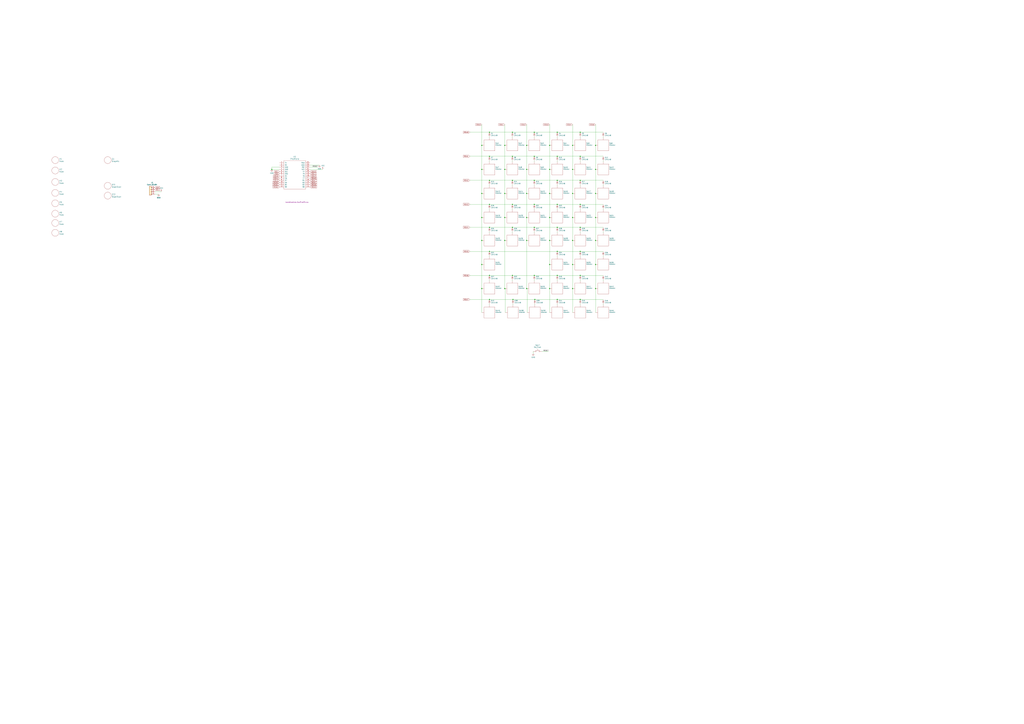
<source format=kicad_sch>
(kicad_sch (version 20210126) (generator eeschema)
  (paper "A0")
  (lib_symbols
    (symbol "Connector_Generic:Conn_01x04" (pin_names (offset 1.016) hide)
      (property "Reference" "J" (at 0 5.08 0))
      (property "Value" "Conn_01x04" (at 0 -7.62 0))
      (symbol "Conn_01x04_1_1"
        (rectangle (start -1.27 -4.953) (end 0 -5.207) (stroke (width 0.1524)))
        (rectangle (start -1.27 -2.413) (end 0 -2.667) (stroke (width 0.1524)))
        (rectangle (start -1.27 2.667) (end 0 2.413) (stroke (width 0.1524)))
        (rectangle (start -1.27 3.81) (end 1.27 -6.35) (stroke (width 0.254)) (fill (type background)))
        (rectangle (start -1.27 0.127) (end 0 -0.127) (stroke (width 0.1524)))
        (pin passive line (at -5.08 2.54 0) (length 3.81) (name "Pin_1") (number "1"))
        (pin passive line (at -5.08 0 0) (length 3.81) (name "Pin_2") (number "2"))
        (pin passive line (at -5.08 -2.54 0) (length 3.81) (name "Pin_3") (number "3"))
        (pin passive line (at -5.08 -5.08 0) (length 3.81) (name "Pin_4") (number "4"))
      )
    )
    (symbol "Device:D_Small" (pin_numbers hide) (pin_names (offset 0.254) hide)
      (property "Reference" "D" (at -1.27 2.032 0))
      (property "Value" "D_Small" (at -3.81 -2.032 0))
      (symbol "D_Small_0_1"
        (polyline (pts (xy -0.762 -1.016) (xy -0.762 1.016)))
        (polyline (pts (xy -0.762 0) (xy 0.762 0)))
        (polyline (pts (xy 0.762 -1.016) (xy -0.762 0) (xy 0.762 1.016) (xy 0.762 -1.016)))
      )
      (symbol "D_Small_1_1"
        (pin passive line (at -2.54 0 0) (length 1.778) (name "K") (number "1"))
        (pin passive line (at 2.54 0 180) (length 1.778) (name "A") (number "2"))
      )
    )
    (symbol "Switch:SW_Push" (pin_numbers hide) (pin_names (offset 1.016) hide)
      (property "Reference" "SW" (at 1.27 2.54 0))
      (property "Value" "SW_Push" (at 0 -1.524 0))
      (symbol "SW_Push_0_1"
        (circle (center -2.032 0) (radius 0.508))
        (circle (center 2.032 0) (radius 0.508))
        (polyline (pts (xy 0 1.27) (xy 0 3.048)))
        (polyline (pts (xy 2.54 1.27) (xy -2.54 1.27)))
        (pin passive line (at -5.08 0 0) (length 2.54) (name "1") (number "1"))
        (pin passive line (at 5.08 0 180) (length 2.54) (name "2") (number "2"))
      )
    )
    (symbol "acheronSymbols:MXSwitch" (pin_names (offset 1.016))
      (property "Reference" "SW" (at 0 0 0))
      (property "Value" "MXSwitch" (at 0 -3.81 0))
      (symbol "MXSwitch_0_1"
        (rectangle (start -6.35 6.35) (end 6.35 -6.35))
        (polyline (pts (xy -6.35 0) (xy -8.89 0)))
        (polyline (pts (xy 0 6.35) (xy 0 8.89)))
      )
      (symbol "MXSwitch_1_1"
        (pin output line (at -8.89 0 0) (length 2.54) hide (name "Col") (number "1"))
        (pin input line (at 0 8.89 270) (length 2.54) hide (name "Row") (number "2"))
      )
    )
    (symbol "keebio:Hole" (pin_names (offset 1.016))
      (property "Reference" "H" (at 0 -1.27 0))
      (property "Value" "Hole" (at 0 1.27 0))
      (symbol "Hole_0_1"
        (circle (center 0 0) (radius 4.0132))
      )
    )
    (symbol "power:GND" (power) (pin_names (offset 0))
      (property "Value" "GND" (at 0 -3.81 0))
      (symbol "GND_0_1"
        (polyline (pts (xy 0 0) (xy 0 -1.27) (xy 1.27 -1.27) (xy 0 -2.54) (xy -1.27 -1.27) (xy 0 -1.27)))
      )
      (symbol "GND_1_1"
        (pin power_in line (at 0 0 270) (length 0) hide (name "GND") (number "1"))
      )
    )
    (symbol "power:VCC" (power) (pin_names (offset 0))
      (property "Value" "VCC" (at 0 3.81 0))
      (symbol "VCC_0_1"
        (polyline (pts (xy -0.762 1.27) (xy 0 2.54)))
        (polyline (pts (xy 0 0) (xy 0 2.54)))
        (polyline (pts (xy 0 2.54) (xy 0.762 1.27)))
      )
      (symbol "VCC_1_1"
        (pin power_in line (at 0 0 90) (length 0) hide (name "VCC") (number "1"))
      )
    )
    (symbol "promicro:ProMicro" (pin_names (offset 1.016))
      (property "Reference" "U" (at 0 24.13 0))
      (property "Value" "ProMicro" (at 0 -13.97 0))
      (symbol "ProMicro_0_1"
        (rectangle (start -12.7 21.59) (end 12.7 -11.43))
      )
      (symbol "ProMicro_1_1"
        (pin bidirectional line (at -17.78 19.05 0) (length 5.08) (name "TX") (number "1"))
        (pin bidirectional line (at -17.78 16.51 0) (length 5.08) (name "RX") (number "2"))
        (pin power_in line (at -17.78 13.97 0) (length 5.08) (name "GND") (number "3"))
        (pin power_in line (at -17.78 11.43 0) (length 5.08) (name "GND") (number "4"))
        (pin bidirectional line (at -17.78 8.89 0) (length 5.08) (name "SCL") (number "5"))
        (pin bidirectional line (at -17.78 6.35 0) (length 5.08) (name "SDA") (number "6"))
        (pin bidirectional line (at -17.78 3.81 0) (length 5.08) (name "D4") (number "7"))
        (pin bidirectional line (at -17.78 1.27 0) (length 5.08) (name "C6") (number "8"))
        (pin bidirectional line (at -17.78 -1.27 0) (length 5.08) (name "D7") (number "9"))
        (pin bidirectional line (at -17.78 -3.81 0) (length 5.08) (name "E6") (number "10"))
        (pin bidirectional line (at 17.78 8.89 180) (length 5.08) (name "F4") (number "20"))
        (pin bidirectional line (at -17.78 -6.35 0) (length 5.08) (name "B4") (number "11"))
        (pin power_in line (at 17.78 11.43 180) (length 5.08) (name "VCC") (number "21"))
        (pin bidirectional line (at -17.78 -8.89 0) (length 5.08) (name "B5") (number "12"))
        (pin input line (at 17.78 13.97 180) (length 5.08) (name "RST") (number "22"))
        (pin bidirectional line (at 17.78 -8.89 180) (length 5.08) (name "B6") (number "13"))
        (pin power_in line (at 17.78 16.51 180) (length 5.08) (name "GND") (number "23"))
        (pin bidirectional line (at 17.78 -6.35 180) (length 5.08) (name "B2") (number "14"))
        (pin power_out line (at 17.78 19.05 180) (length 5.08) (name "RAW") (number "24"))
        (pin bidirectional line (at 17.78 -3.81 180) (length 5.08) (name "B3") (number "15"))
        (pin bidirectional line (at 17.78 -1.27 180) (length 5.08) (name "B1") (number "16"))
        (pin bidirectional line (at 17.78 1.27 180) (length 5.08) (name "F7") (number "17"))
        (pin bidirectional line (at 17.78 3.81 180) (length 5.08) (name "F6") (number "18"))
        (pin bidirectional line (at 17.78 6.35 180) (length 5.08) (name "F5") (number "19"))
      )
    )
  )
  (junction (at 315.595 196.85) (diameter 1.016))
  (junction (at 559.435 168.91) (diameter 1.016))
  (junction (at 559.435 196.85) (diameter 1.016))
  (junction (at 559.435 224.79) (diameter 1.016))
  (junction (at 559.435 252.73) (diameter 1.016))
  (junction (at 559.435 279.4) (diameter 1.016))
  (junction (at 559.435 307.34) (diameter 1.016))
  (junction (at 559.435 335.28) (diameter 1.016))
  (junction (at 568.325 153.67) (diameter 1.016))
  (junction (at 568.325 181.61) (diameter 1.016))
  (junction (at 568.325 209.55) (diameter 1.016))
  (junction (at 568.325 237.49) (diameter 1.016))
  (junction (at 568.325 264.16) (diameter 1.016))
  (junction (at 568.325 292.1) (diameter 1.016))
  (junction (at 568.325 320.04) (diameter 1.016))
  (junction (at 568.325 347.98) (diameter 1.016))
  (junction (at 586.105 168.91) (diameter 1.016))
  (junction (at 586.105 196.85) (diameter 1.016))
  (junction (at 586.105 224.79) (diameter 1.016))
  (junction (at 586.105 252.73) (diameter 1.016))
  (junction (at 586.105 279.4) (diameter 1.016))
  (junction (at 586.105 335.28) (diameter 1.016))
  (junction (at 594.995 153.67) (diameter 1.016))
  (junction (at 594.995 181.61) (diameter 1.016))
  (junction (at 594.995 209.55) (diameter 1.016))
  (junction (at 594.995 237.49) (diameter 1.016))
  (junction (at 594.995 264.16) (diameter 1.016))
  (junction (at 594.995 320.04) (diameter 1.016))
  (junction (at 595.63 347.98) (diameter 1.016))
  (junction (at 611.505 168.91) (diameter 1.016))
  (junction (at 611.505 196.85) (diameter 1.016))
  (junction (at 611.505 224.79) (diameter 1.016))
  (junction (at 611.505 252.73) (diameter 1.016))
  (junction (at 611.505 279.4) (diameter 1.016))
  (junction (at 611.505 335.28) (diameter 1.016))
  (junction (at 620.395 153.67) (diameter 1.016))
  (junction (at 620.395 181.61) (diameter 1.016))
  (junction (at 620.395 209.55) (diameter 1.016))
  (junction (at 620.395 237.49) (diameter 1.016))
  (junction (at 620.395 264.16) (diameter 1.016))
  (junction (at 620.395 320.04) (diameter 1.016))
  (junction (at 621.03 347.98) (diameter 1.016))
  (junction (at 638.175 168.91) (diameter 1.016))
  (junction (at 638.175 196.85) (diameter 1.016))
  (junction (at 638.175 224.79) (diameter 1.016))
  (junction (at 638.175 252.73) (diameter 1.016))
  (junction (at 638.175 279.4) (diameter 1.016))
  (junction (at 638.175 307.34) (diameter 1.016))
  (junction (at 638.175 335.28) (diameter 1.016))
  (junction (at 647.065 153.67) (diameter 1.016))
  (junction (at 647.065 181.61) (diameter 1.016))
  (junction (at 647.065 209.55) (diameter 1.016))
  (junction (at 647.065 237.49) (diameter 1.016))
  (junction (at 647.065 264.16) (diameter 1.016))
  (junction (at 647.065 292.1) (diameter 1.016))
  (junction (at 647.065 320.04) (diameter 1.016))
  (junction (at 647.065 347.98) (diameter 1.016))
  (junction (at 664.845 168.91) (diameter 1.016))
  (junction (at 664.845 196.85) (diameter 1.016))
  (junction (at 664.845 224.79) (diameter 1.016))
  (junction (at 664.845 252.73) (diameter 1.016))
  (junction (at 664.845 279.4) (diameter 1.016))
  (junction (at 664.845 307.34) (diameter 1.016))
  (junction (at 664.845 335.28) (diameter 1.016))
  (junction (at 673.735 153.67) (diameter 1.016))
  (junction (at 673.735 181.61) (diameter 1.016))
  (junction (at 673.735 209.55) (diameter 1.016))
  (junction (at 673.735 237.49) (diameter 1.016))
  (junction (at 673.735 264.16) (diameter 1.016))
  (junction (at 673.735 292.1) (diameter 1.016))
  (junction (at 673.735 320.04) (diameter 1.016))
  (junction (at 673.735 347.98) (diameter 1.016))
  (junction (at 691.515 168.91) (diameter 1.016))
  (junction (at 691.515 196.85) (diameter 1.016))
  (junction (at 691.515 224.79) (diameter 1.016))
  (junction (at 691.515 252.73) (diameter 1.016))
  (junction (at 691.515 279.4) (diameter 1.016))
  (junction (at 691.515 307.34) (diameter 1.016))
  (junction (at 691.515 335.28) (diameter 1.016))
  (wire (pts (xy 179.705 222.885) (xy 187.325 222.885)))
  (wire (pts (xy 179.705 225.425) (xy 184.15 225.425)))
  (wire (pts (xy 315.595 194.31) (xy 315.595 196.85)))
  (wire (pts (xy 315.595 196.85) (xy 324.485 196.85)))
  (wire (pts (xy 324.485 194.31) (xy 315.595 194.31)))
  (wire (pts (xy 360.045 191.77) (xy 370.84 191.77)))
  (wire (pts (xy 360.045 194.31) (xy 368.935 194.31)))
  (wire (pts (xy 360.045 196.85) (xy 374.65 196.85)))
  (wire (pts (xy 545.465 153.67) (xy 568.325 153.67)))
  (wire (pts (xy 545.465 181.61) (xy 568.325 181.61)))
  (wire (pts (xy 545.465 209.55) (xy 568.325 209.55)))
  (wire (pts (xy 545.465 237.49) (xy 568.325 237.49)))
  (wire (pts (xy 545.465 264.16) (xy 568.325 264.16)))
  (wire (pts (xy 545.465 292.1) (xy 568.325 292.1)))
  (wire (pts (xy 545.465 320.04) (xy 568.325 320.04)))
  (wire (pts (xy 545.465 347.98) (xy 568.325 347.98)))
  (wire (pts (xy 559.435 144.78) (xy 559.435 168.91)))
  (wire (pts (xy 559.435 168.91) (xy 559.435 196.85)))
  (wire (pts (xy 559.435 196.85) (xy 559.435 224.79)))
  (wire (pts (xy 559.435 224.79) (xy 559.435 252.73)))
  (wire (pts (xy 559.435 252.73) (xy 559.435 279.4)))
  (wire (pts (xy 559.435 279.4) (xy 559.435 307.34)))
  (wire (pts (xy 559.435 307.34) (xy 559.435 335.28)))
  (wire (pts (xy 559.435 335.28) (xy 559.435 363.22)))
  (wire (pts (xy 568.325 153.67) (xy 594.995 153.67)))
  (wire (pts (xy 568.325 158.75) (xy 568.325 160.02)))
  (wire (pts (xy 568.325 181.61) (xy 594.995 181.61)))
  (wire (pts (xy 568.325 186.69) (xy 568.325 187.96)))
  (wire (pts (xy 568.325 209.55) (xy 594.995 209.55)))
  (wire (pts (xy 568.325 214.63) (xy 568.325 215.9)))
  (wire (pts (xy 568.325 237.49) (xy 594.995 237.49)))
  (wire (pts (xy 568.325 242.57) (xy 568.325 243.84)))
  (wire (pts (xy 568.325 264.16) (xy 594.995 264.16)))
  (wire (pts (xy 568.325 269.24) (xy 568.325 270.51)))
  (wire (pts (xy 568.325 292.1) (xy 647.065 292.1)))
  (wire (pts (xy 568.325 297.18) (xy 568.325 298.45)))
  (wire (pts (xy 568.325 320.04) (xy 594.995 320.04)))
  (wire (pts (xy 568.325 325.12) (xy 568.325 326.39)))
  (wire (pts (xy 568.325 347.98) (xy 595.63 347.98)))
  (wire (pts (xy 568.325 353.06) (xy 568.325 354.33)))
  (wire (pts (xy 586.105 144.78) (xy 586.105 168.91)))
  (wire (pts (xy 586.105 168.91) (xy 586.105 196.85)))
  (wire (pts (xy 586.105 196.85) (xy 586.105 224.79)))
  (wire (pts (xy 586.105 224.79) (xy 586.105 252.73)))
  (wire (pts (xy 586.105 252.73) (xy 586.105 279.4)))
  (wire (pts (xy 586.105 279.4) (xy 586.105 335.28)))
  (wire (pts (xy 586.74 335.28) (xy 586.105 335.28)))
  (wire (pts (xy 586.74 363.22) (xy 586.74 335.28)))
  (wire (pts (xy 594.995 153.67) (xy 620.395 153.67)))
  (wire (pts (xy 594.995 158.75) (xy 594.995 160.02)))
  (wire (pts (xy 594.995 181.61) (xy 620.395 181.61)))
  (wire (pts (xy 594.995 186.69) (xy 594.995 187.96)))
  (wire (pts (xy 594.995 209.55) (xy 620.395 209.55)))
  (wire (pts (xy 594.995 214.63) (xy 594.995 215.9)))
  (wire (pts (xy 594.995 237.49) (xy 620.395 237.49)))
  (wire (pts (xy 594.995 242.57) (xy 594.995 243.84)))
  (wire (pts (xy 594.995 264.16) (xy 620.395 264.16)))
  (wire (pts (xy 594.995 269.24) (xy 594.995 270.51)))
  (wire (pts (xy 594.995 320.04) (xy 620.395 320.04)))
  (wire (pts (xy 594.995 325.12) (xy 594.995 326.39)))
  (wire (pts (xy 595.63 347.98) (xy 621.03 347.98)))
  (wire (pts (xy 595.63 353.06) (xy 595.63 354.33)))
  (wire (pts (xy 611.505 144.78) (xy 611.505 168.91)))
  (wire (pts (xy 611.505 168.91) (xy 611.505 196.85)))
  (wire (pts (xy 611.505 196.85) (xy 611.505 224.79)))
  (wire (pts (xy 611.505 224.79) (xy 611.505 252.73)))
  (wire (pts (xy 611.505 252.73) (xy 611.505 279.4)))
  (wire (pts (xy 611.505 279.4) (xy 611.505 335.28)))
  (wire (pts (xy 612.14 335.28) (xy 611.505 335.28)))
  (wire (pts (xy 612.14 363.22) (xy 612.14 335.28)))
  (wire (pts (xy 619.125 408.305) (xy 619.125 410.845)))
  (wire (pts (xy 620.395 153.67) (xy 647.065 153.67)))
  (wire (pts (xy 620.395 158.75) (xy 620.395 160.02)))
  (wire (pts (xy 620.395 181.61) (xy 647.065 181.61)))
  (wire (pts (xy 620.395 186.69) (xy 620.395 187.96)))
  (wire (pts (xy 620.395 209.55) (xy 647.065 209.55)))
  (wire (pts (xy 620.395 214.63) (xy 620.395 215.9)))
  (wire (pts (xy 620.395 237.49) (xy 647.065 237.49)))
  (wire (pts (xy 620.395 242.57) (xy 620.395 243.84)))
  (wire (pts (xy 620.395 264.16) (xy 647.065 264.16)))
  (wire (pts (xy 620.395 269.24) (xy 620.395 270.51)))
  (wire (pts (xy 620.395 320.04) (xy 647.065 320.04)))
  (wire (pts (xy 620.395 325.12) (xy 620.395 326.39)))
  (wire (pts (xy 621.03 347.98) (xy 647.065 347.98)))
  (wire (pts (xy 621.03 353.06) (xy 621.03 354.33)))
  (wire (pts (xy 629.285 408.305) (xy 636.905 408.305)))
  (wire (pts (xy 638.175 144.78) (xy 638.175 168.91)))
  (wire (pts (xy 638.175 168.91) (xy 638.175 196.85)))
  (wire (pts (xy 638.175 196.85) (xy 638.175 224.79)))
  (wire (pts (xy 638.175 224.79) (xy 638.175 252.73)))
  (wire (pts (xy 638.175 252.73) (xy 638.175 279.4)))
  (wire (pts (xy 638.175 279.4) (xy 638.175 307.34)))
  (wire (pts (xy 638.175 307.34) (xy 638.175 335.28)))
  (wire (pts (xy 638.175 363.22) (xy 638.175 335.28)))
  (wire (pts (xy 647.065 153.67) (xy 673.735 153.67)))
  (wire (pts (xy 647.065 158.75) (xy 647.065 160.02)))
  (wire (pts (xy 647.065 181.61) (xy 673.735 181.61)))
  (wire (pts (xy 647.065 186.69) (xy 647.065 187.96)))
  (wire (pts (xy 647.065 209.55) (xy 673.735 209.55)))
  (wire (pts (xy 647.065 214.63) (xy 647.065 215.9)))
  (wire (pts (xy 647.065 237.49) (xy 673.735 237.49)))
  (wire (pts (xy 647.065 242.57) (xy 647.065 243.84)))
  (wire (pts (xy 647.065 264.16) (xy 673.735 264.16)))
  (wire (pts (xy 647.065 269.24) (xy 647.065 270.51)))
  (wire (pts (xy 647.065 292.1) (xy 673.735 292.1)))
  (wire (pts (xy 647.065 297.18) (xy 647.065 298.45)))
  (wire (pts (xy 647.065 320.04) (xy 673.735 320.04)))
  (wire (pts (xy 647.065 325.12) (xy 647.065 326.39)))
  (wire (pts (xy 647.065 347.98) (xy 673.735 347.98)))
  (wire (pts (xy 647.065 353.06) (xy 647.065 354.33)))
  (wire (pts (xy 664.845 144.78) (xy 664.845 168.91)))
  (wire (pts (xy 664.845 168.91) (xy 664.845 196.85)))
  (wire (pts (xy 664.845 196.85) (xy 664.845 224.79)))
  (wire (pts (xy 664.845 224.79) (xy 664.845 252.73)))
  (wire (pts (xy 664.845 252.73) (xy 664.845 279.4)))
  (wire (pts (xy 664.845 279.4) (xy 664.845 307.34)))
  (wire (pts (xy 664.845 307.34) (xy 664.845 335.28)))
  (wire (pts (xy 664.845 335.28) (xy 664.845 363.22)))
  (wire (pts (xy 673.735 153.67) (xy 700.405 153.67)))
  (wire (pts (xy 673.735 158.75) (xy 673.735 160.02)))
  (wire (pts (xy 673.735 181.61) (xy 700.405 181.61)))
  (wire (pts (xy 673.735 186.69) (xy 673.735 187.96)))
  (wire (pts (xy 673.735 209.55) (xy 700.405 209.55)))
  (wire (pts (xy 673.735 214.63) (xy 673.735 215.9)))
  (wire (pts (xy 673.735 237.49) (xy 700.405 237.49)))
  (wire (pts (xy 673.735 242.57) (xy 673.735 243.84)))
  (wire (pts (xy 673.735 264.16) (xy 700.405 264.16)))
  (wire (pts (xy 673.735 269.24) (xy 673.735 270.51)))
  (wire (pts (xy 673.735 292.1) (xy 700.405 292.1)))
  (wire (pts (xy 673.735 297.18) (xy 673.735 298.45)))
  (wire (pts (xy 673.735 320.04) (xy 700.405 320.04)))
  (wire (pts (xy 673.735 325.12) (xy 673.735 326.39)))
  (wire (pts (xy 673.735 347.98) (xy 700.405 347.98)))
  (wire (pts (xy 673.735 353.06) (xy 673.735 354.33)))
  (wire (pts (xy 691.515 144.78) (xy 691.515 168.91)))
  (wire (pts (xy 691.515 168.91) (xy 691.515 196.85)))
  (wire (pts (xy 691.515 196.85) (xy 691.515 224.79)))
  (wire (pts (xy 691.515 224.79) (xy 691.515 252.73)))
  (wire (pts (xy 691.515 252.73) (xy 691.515 279.4)))
  (wire (pts (xy 691.515 279.4) (xy 691.515 307.34)))
  (wire (pts (xy 691.515 307.34) (xy 691.515 335.28)))
  (wire (pts (xy 691.515 335.28) (xy 691.515 363.22)))
  (wire (pts (xy 700.405 158.75) (xy 700.405 160.02)))
  (wire (pts (xy 700.405 186.69) (xy 700.405 187.96)))
  (wire (pts (xy 700.405 214.63) (xy 700.405 215.9)))
  (wire (pts (xy 700.405 242.57) (xy 700.405 243.84)))
  (wire (pts (xy 700.405 269.24) (xy 700.405 270.51)))
  (wire (pts (xy 700.405 297.18) (xy 700.405 298.45)))
  (wire (pts (xy 700.405 325.12) (xy 700.405 326.39)))
  (wire (pts (xy 700.405 353.06) (xy 700.405 354.33)))
  (label "RESET" (at 368.935 194.31 180))
  (label "RESET" (at 636.905 408.305 180))
  (global_label "SDA" (shape input) (at 179.705 217.805 0) (property "Intersheet References" "${INTERSHEET_REFS}" (effects hide)))
  (global_label "SCL" (shape input) (at 179.705 220.345 0) (property "Intersheet References" "${INTERSHEET_REFS}" (effects hide)))
  (global_label "SCL" (shape input) (at 324.485 199.39 180) (property "Intersheet References" "${INTERSHEET_REFS}" (effects hide)))
  (global_label "SDA" (shape input) (at 324.485 201.93 180) (property "Intersheet References" "${INTERSHEET_REFS}" (effects hide)))
  (global_label "COL5" (shape input) (at 324.485 204.47 180) (property "Intersheet References" "${INTERSHEET_REFS}" (effects hide)))
  (global_label "COL4" (shape input) (at 324.485 207.01 180) (property "Intersheet References" "${INTERSHEET_REFS}" (effects hide)))
  (global_label "COL3" (shape input) (at 324.485 209.55 180) (property "Intersheet References" "${INTERSHEET_REFS}" (effects hide)))
  (global_label "ROW3" (shape input) (at 324.485 212.09 180) (property "Intersheet References" "${INTERSHEET_REFS}" (effects hide)))
  (global_label "ROW4" (shape input) (at 324.485 214.63 180) (property "Intersheet References" "${INTERSHEET_REFS}" (effects hide)))
  (global_label "ROW2" (shape input) (at 324.485 217.17 180) (property "Intersheet References" "${INTERSHEET_REFS}" (effects hide)))
  (global_label "COL0" (shape input) (at 360.045 199.39 0) (property "Intersheet References" "${INTERSHEET_REFS}" (effects hide)))
  (global_label "COL1" (shape input) (at 360.045 201.93 0) (property "Intersheet References" "${INTERSHEET_REFS}" (effects hide)))
  (global_label "COL2" (shape input) (at 360.045 204.47 0) (property "Intersheet References" "${INTERSHEET_REFS}" (effects hide)))
  (global_label "ROW0" (shape input) (at 360.045 207.01 0) (property "Intersheet References" "${INTERSHEET_REFS}" (effects hide)))
  (global_label "ROW7" (shape input) (at 360.045 209.55 0) (property "Intersheet References" "${INTERSHEET_REFS}" (effects hide)))
  (global_label "ROW1" (shape input) (at 360.045 212.09 0) (property "Intersheet References" "${INTERSHEET_REFS}" (effects hide)))
  (global_label "ROW6" (shape input) (at 360.045 214.63 0) (property "Intersheet References" "${INTERSHEET_REFS}" (effects hide)))
  (global_label "ROW5" (shape input) (at 360.045 217.17 0) (property "Intersheet References" "${INTERSHEET_REFS}" (effects hide)))
  (global_label "ROW0" (shape input) (at 545.465 153.67 180) (property "Intersheet References" "${INTERSHEET_REFS}" (effects hide)))
  (global_label "ROW1" (shape input) (at 545.465 181.61 180) (property "Intersheet References" "${INTERSHEET_REFS}" (effects hide)))
  (global_label "ROW2" (shape input) (at 545.465 209.55 180) (property "Intersheet References" "${INTERSHEET_REFS}" (effects hide)))
  (global_label "ROW3" (shape input) (at 545.465 237.49 180) (property "Intersheet References" "${INTERSHEET_REFS}" (effects hide)))
  (global_label "ROW4" (shape input) (at 545.465 264.16 180) (property "Intersheet References" "${INTERSHEET_REFS}" (effects hide)))
  (global_label "ROW5" (shape input) (at 545.465 292.1 180) (property "Intersheet References" "${INTERSHEET_REFS}" (effects hide)))
  (global_label "ROW6" (shape input) (at 545.465 320.04 180) (property "Intersheet References" "${INTERSHEET_REFS}" (effects hide)))
  (global_label "ROW7" (shape input) (at 545.465 347.98 180) (property "Intersheet References" "${INTERSHEET_REFS}" (effects hide)))
  (global_label "COL0" (shape input) (at 559.435 144.78 180) (property "Intersheet References" "${INTERSHEET_REFS}" (effects hide)))
  (global_label "COL1" (shape input) (at 586.105 144.78 180) (property "Intersheet References" "${INTERSHEET_REFS}" (effects hide)))
  (global_label "COL2" (shape input) (at 611.505 144.78 180) (property "Intersheet References" "${INTERSHEET_REFS}" (effects hide)))
  (global_label "COL3" (shape input) (at 638.175 144.78 180) (property "Intersheet References" "${INTERSHEET_REFS}" (effects hide)))
  (global_label "COL4" (shape input) (at 664.845 144.78 180) (property "Intersheet References" "${INTERSHEET_REFS}" (effects hide)))
  (global_label "COL5" (shape input) (at 691.515 144.78 180) (property "Intersheet References" "${INTERSHEET_REFS}" (effects hide)))
  (symbol (lib_id "power:VCC") (at 187.325 222.885 0) (unit 1)
    (property "Reference" "#PWR04" (effects hide))
    (property "Value" "VCC" (at 187.6933 218.5606 0))
  )
  (symbol (lib_id "power:VCC") (at 374.65 196.85 0) (unit 1)
    (property "Reference" "#PWR03" (effects hide))
    (property "Value" "VCC" (at 375.0183 192.5256 0))
  )
  (symbol (lib_id "power:GND") (at 184.15 225.425 0) (unit 1)
    (property "Reference" "#PWR05" (effects hide))
    (property "Value" "GND" (at 184.2643 229.7494 0))
  )
  (symbol (lib_id "power:GND") (at 315.595 196.85 0) (unit 1)
    (property "Reference" "#PWR02" (effects hide))
    (property "Value" "GND" (at 315.7093 201.1744 0))
  )
  (symbol (lib_id "power:GND") (at 370.84 191.77 0) (unit 1)
    (property "Reference" "#PWR01" (effects hide))
    (property "Value" "GND" (at 370.9543 196.0944 0))
  )
  (symbol (lib_id "power:GND") (at 619.125 410.845 0) (unit 1)
    (property "Reference" "#PWR06" (effects hide))
    (property "Value" "GND" (at 619.2393 415.1694 0))
  )
  (symbol (lib_id "Device:D_Small") (at 568.325 156.21 270) (unit 1)
    (property "Reference" "D1" (at 569.9761 155.0606 90) (effects (justify left)))
    (property "Value" "1N4148" (at 569.9761 157.3593 90) (effects (justify left)))
    (property "Footprint" "cftkb:D_DO-35_SOD27_P5.08mm_Horizontal-back" (effects hide))
  )
  (symbol (lib_id "Device:D_Small") (at 568.325 184.15 270) (unit 1)
    (property "Reference" "D7" (at 569.9761 183.0006 90) (effects (justify left)))
    (property "Value" "1N4148" (at 569.9761 185.2993 90) (effects (justify left)))
    (property "Footprint" "cftkb:D_DO-35_SOD27_P5.08mm_Horizontal-back" (effects hide))
  )
  (symbol (lib_id "Device:D_Small") (at 568.325 212.09 270) (unit 1)
    (property "Reference" "D13" (at 569.9761 210.9406 90) (effects (justify left)))
    (property "Value" "1N4148" (at 569.9761 213.2393 90) (effects (justify left)))
    (property "Footprint" "cftkb:D_DO-35_SOD27_P5.08mm_Horizontal-back" (effects hide))
  )
  (symbol (lib_id "Device:D_Small") (at 568.325 240.03 270) (unit 1)
    (property "Reference" "D19" (at 569.9761 238.8806 90) (effects (justify left)))
    (property "Value" "1N4148" (at 569.9761 241.1793 90) (effects (justify left)))
    (property "Footprint" "cftkb:D_DO-35_SOD27_P5.08mm_Horizontal-back" (effects hide))
  )
  (symbol (lib_id "Device:D_Small") (at 568.325 266.7 270) (unit 1)
    (property "Reference" "D25" (at 569.9761 265.5506 90) (effects (justify left)))
    (property "Value" "1N4148" (at 569.9761 267.8493 90) (effects (justify left)))
    (property "Footprint" "cftkb:D_DO-35_SOD27_P5.08mm_Horizontal-back" (effects hide))
  )
  (symbol (lib_id "Device:D_Small") (at 568.325 294.64 270) (unit 1)
    (property "Reference" "D31" (at 569.9761 293.4906 90) (effects (justify left)))
    (property "Value" "1N4148" (at 569.9761 295.7893 90) (effects (justify left)))
    (property "Footprint" "cftkb:D_DO-35_SOD27_P5.08mm_Horizontal-back" (effects hide))
  )
  (symbol (lib_id "Device:D_Small") (at 568.325 322.58 270) (unit 1)
    (property "Reference" "D37" (at 569.9761 321.4306 90) (effects (justify left)))
    (property "Value" "1N4148" (at 569.9761 323.7293 90) (effects (justify left)))
    (property "Footprint" "cftkb:D_DO-35_SOD27_P5.08mm_Horizontal-back" (effects hide))
  )
  (symbol (lib_id "Device:D_Small") (at 568.325 350.52 270) (unit 1)
    (property "Reference" "D43" (at 569.9761 349.3706 90) (effects (justify left)))
    (property "Value" "1N4148" (at 569.9761 351.6693 90) (effects (justify left)))
    (property "Footprint" "cftkb:D_DO-35_SOD27_P5.08mm_Horizontal-back" (effects hide))
  )
  (symbol (lib_id "Device:D_Small") (at 594.995 156.21 270) (unit 1)
    (property "Reference" "D2" (at 596.6461 155.0606 90) (effects (justify left)))
    (property "Value" "1N4148" (at 596.6461 157.3593 90) (effects (justify left)))
    (property "Footprint" "cftkb:D_DO-35_SOD27_P5.08mm_Horizontal-back" (effects hide))
  )
  (symbol (lib_id "Device:D_Small") (at 594.995 184.15 270) (unit 1)
    (property "Reference" "D8" (at 596.6461 183.0006 90) (effects (justify left)))
    (property "Value" "1N4148" (at 596.6461 185.2993 90) (effects (justify left)))
    (property "Footprint" "cftkb:D_DO-35_SOD27_P5.08mm_Horizontal-back" (effects hide))
  )
  (symbol (lib_id "Device:D_Small") (at 594.995 212.09 270) (unit 1)
    (property "Reference" "D14" (at 596.6461 210.9406 90) (effects (justify left)))
    (property "Value" "1N4148" (at 596.6461 213.2393 90) (effects (justify left)))
    (property "Footprint" "cftkb:D_DO-35_SOD27_P5.08mm_Horizontal-back" (effects hide))
  )
  (symbol (lib_id "Device:D_Small") (at 594.995 240.03 270) (unit 1)
    (property "Reference" "D20" (at 596.6461 238.8806 90) (effects (justify left)))
    (property "Value" "1N4148" (at 596.6461 241.1793 90) (effects (justify left)))
    (property "Footprint" "cftkb:D_DO-35_SOD27_P5.08mm_Horizontal-back" (effects hide))
  )
  (symbol (lib_id "Device:D_Small") (at 594.995 266.7 270) (unit 1)
    (property "Reference" "D26" (at 596.6461 265.5506 90) (effects (justify left)))
    (property "Value" "1N4148" (at 596.6461 267.8493 90) (effects (justify left)))
    (property "Footprint" "cftkb:D_DO-35_SOD27_P5.08mm_Horizontal-back" (effects hide))
  )
  (symbol (lib_id "Device:D_Small") (at 594.995 322.58 270) (unit 1)
    (property "Reference" "D32" (at 596.6461 321.4306 90) (effects (justify left)))
    (property "Value" "1N4148" (at 596.6461 323.7293 90) (effects (justify left)))
    (property "Footprint" "cftkb:D_DO-35_SOD27_P5.08mm_Horizontal-back" (effects hide))
  )
  (symbol (lib_id "Device:D_Small") (at 595.63 350.52 270) (unit 1)
    (property "Reference" "D38" (at 597.2811 349.3706 90) (effects (justify left)))
    (property "Value" "1N4148" (at 597.2811 351.6693 90) (effects (justify left)))
    (property "Footprint" "cftkb:D_DO-35_SOD27_P5.08mm_Horizontal-back" (effects hide))
  )
  (symbol (lib_id "Device:D_Small") (at 620.395 156.21 270) (unit 1)
    (property "Reference" "D3" (at 622.0461 155.0606 90) (effects (justify left)))
    (property "Value" "1N4148" (at 622.0461 157.3593 90) (effects (justify left)))
    (property "Footprint" "cftkb:D_DO-35_SOD27_P5.08mm_Horizontal-back" (effects hide))
  )
  (symbol (lib_id "Device:D_Small") (at 620.395 184.15 270) (unit 1)
    (property "Reference" "D9" (at 622.0461 183.0006 90) (effects (justify left)))
    (property "Value" "1N4148" (at 622.0461 185.2993 90) (effects (justify left)))
    (property "Footprint" "cftkb:D_DO-35_SOD27_P5.08mm_Horizontal-back" (effects hide))
  )
  (symbol (lib_id "Device:D_Small") (at 620.395 212.09 270) (unit 1)
    (property "Reference" "D15" (at 622.0461 210.9406 90) (effects (justify left)))
    (property "Value" "1N4148" (at 622.0461 213.2393 90) (effects (justify left)))
    (property "Footprint" "cftkb:D_DO-35_SOD27_P5.08mm_Horizontal-back" (effects hide))
  )
  (symbol (lib_id "Device:D_Small") (at 620.395 240.03 270) (unit 1)
    (property "Reference" "D21" (at 622.0461 238.8806 90) (effects (justify left)))
    (property "Value" "1N4148" (at 622.0461 241.1793 90) (effects (justify left)))
    (property "Footprint" "cftkb:D_DO-35_SOD27_P5.08mm_Horizontal-back" (effects hide))
  )
  (symbol (lib_id "Device:D_Small") (at 620.395 266.7 270) (unit 1)
    (property "Reference" "D27" (at 622.0461 265.5506 90) (effects (justify left)))
    (property "Value" "1N4148" (at 622.0461 267.8493 90) (effects (justify left)))
    (property "Footprint" "cftkb:D_DO-35_SOD27_P5.08mm_Horizontal-back" (effects hide))
  )
  (symbol (lib_id "Device:D_Small") (at 620.395 322.58 270) (unit 1)
    (property "Reference" "D33" (at 622.0461 321.4306 90) (effects (justify left)))
    (property "Value" "1N4148" (at 622.0461 323.7293 90) (effects (justify left)))
    (property "Footprint" "cftkb:D_DO-35_SOD27_P5.08mm_Horizontal-back" (effects hide))
  )
  (symbol (lib_id "Device:D_Small") (at 621.03 350.52 270) (unit 1)
    (property "Reference" "D39" (at 622.6811 349.3706 90) (effects (justify left)))
    (property "Value" "1N4148" (at 622.6811 351.6693 90) (effects (justify left)))
    (property "Footprint" "cftkb:D_DO-35_SOD27_P5.08mm_Horizontal-back" (effects hide))
  )
  (symbol (lib_id "Device:D_Small") (at 647.065 156.21 270) (unit 1)
    (property "Reference" "D4" (at 648.7161 155.0606 90) (effects (justify left)))
    (property "Value" "1N4148" (at 648.7161 157.3593 90) (effects (justify left)))
    (property "Footprint" "cftkb:D_DO-35_SOD27_P5.08mm_Horizontal-back" (effects hide))
  )
  (symbol (lib_id "Device:D_Small") (at 647.065 184.15 270) (unit 1)
    (property "Reference" "D10" (at 648.7161 183.0006 90) (effects (justify left)))
    (property "Value" "1N4148" (at 648.7161 185.2993 90) (effects (justify left)))
    (property "Footprint" "cftkb:D_DO-35_SOD27_P5.08mm_Horizontal-back" (effects hide))
  )
  (symbol (lib_id "Device:D_Small") (at 647.065 212.09 270) (unit 1)
    (property "Reference" "D16" (at 648.7161 210.9406 90) (effects (justify left)))
    (property "Value" "1N4148" (at 648.7161 213.2393 90) (effects (justify left)))
    (property "Footprint" "cftkb:D_DO-35_SOD27_P5.08mm_Horizontal-back" (effects hide))
  )
  (symbol (lib_id "Device:D_Small") (at 647.065 240.03 270) (unit 1)
    (property "Reference" "D22" (at 648.7161 238.8806 90) (effects (justify left)))
    (property "Value" "1N4148" (at 648.7161 241.1793 90) (effects (justify left)))
    (property "Footprint" "cftkb:D_DO-35_SOD27_P5.08mm_Horizontal-back" (effects hide))
  )
  (symbol (lib_id "Device:D_Small") (at 647.065 266.7 270) (unit 1)
    (property "Reference" "D28" (at 648.7161 265.5506 90) (effects (justify left)))
    (property "Value" "1N4148" (at 648.7161 267.8493 90) (effects (justify left)))
    (property "Footprint" "cftkb:D_DO-35_SOD27_P5.08mm_Horizontal-back" (effects hide))
  )
  (symbol (lib_id "Device:D_Small") (at 647.065 294.64 270) (unit 1)
    (property "Reference" "D34" (at 648.7161 293.4906 90) (effects (justify left)))
    (property "Value" "1N4148" (at 648.7161 295.7893 90) (effects (justify left)))
    (property "Footprint" "cftkb:D_DO-35_SOD27_P5.08mm_Horizontal-back" (effects hide))
  )
  (symbol (lib_id "Device:D_Small") (at 647.065 322.58 270) (unit 1)
    (property "Reference" "D40" (at 648.7161 321.4306 90) (effects (justify left)))
    (property "Value" "1N4148" (at 648.7161 323.7293 90) (effects (justify left)))
    (property "Footprint" "cftkb:D_DO-35_SOD27_P5.08mm_Horizontal-back" (effects hide))
  )
  (symbol (lib_id "Device:D_Small") (at 647.065 350.52 270) (unit 1)
    (property "Reference" "D44" (at 648.7161 349.3706 90) (effects (justify left)))
    (property "Value" "1N4148" (at 648.7161 351.6693 90) (effects (justify left)))
    (property "Footprint" "cftkb:D_DO-35_SOD27_P5.08mm_Horizontal-back" (effects hide))
  )
  (symbol (lib_id "Device:D_Small") (at 673.735 156.21 270) (unit 1)
    (property "Reference" "D5" (at 675.3861 155.0606 90) (effects (justify left)))
    (property "Value" "1N4148" (at 675.3861 157.3593 90) (effects (justify left)))
    (property "Footprint" "cftkb:D_DO-35_SOD27_P5.08mm_Horizontal-back" (effects hide))
  )
  (symbol (lib_id "Device:D_Small") (at 673.735 184.15 270) (unit 1)
    (property "Reference" "D11" (at 675.3861 183.0006 90) (effects (justify left)))
    (property "Value" "1N4148" (at 675.3861 185.2993 90) (effects (justify left)))
    (property "Footprint" "cftkb:D_DO-35_SOD27_P5.08mm_Horizontal-back" (effects hide))
  )
  (symbol (lib_id "Device:D_Small") (at 673.735 212.09 270) (unit 1)
    (property "Reference" "D17" (at 675.3861 210.9406 90) (effects (justify left)))
    (property "Value" "1N4148" (at 675.3861 213.2393 90) (effects (justify left)))
    (property "Footprint" "cftkb:D_DO-35_SOD27_P5.08mm_Horizontal-back" (effects hide))
  )
  (symbol (lib_id "Device:D_Small") (at 673.735 240.03 270) (unit 1)
    (property "Reference" "D23" (at 675.3861 238.8806 90) (effects (justify left)))
    (property "Value" "1N4148" (at 675.3861 241.1793 90) (effects (justify left)))
    (property "Footprint" "cftkb:D_DO-35_SOD27_P5.08mm_Horizontal-back" (effects hide))
  )
  (symbol (lib_id "Device:D_Small") (at 673.735 266.7 270) (unit 1)
    (property "Reference" "D29" (at 675.3861 265.5506 90) (effects (justify left)))
    (property "Value" "1N4148" (at 675.3861 267.8493 90) (effects (justify left)))
    (property "Footprint" "cftkb:D_DO-35_SOD27_P5.08mm_Horizontal-back" (effects hide))
  )
  (symbol (lib_id "Device:D_Small") (at 673.735 294.64 270) (unit 1)
    (property "Reference" "D35" (at 675.3861 293.4906 90) (effects (justify left)))
    (property "Value" "1N4148" (at 675.3861 295.7893 90) (effects (justify left)))
    (property "Footprint" "cftkb:D_DO-35_SOD27_P5.08mm_Horizontal-back" (effects hide))
  )
  (symbol (lib_id "Device:D_Small") (at 673.735 322.58 270) (unit 1)
    (property "Reference" "D41" (at 675.3861 321.4306 90) (effects (justify left)))
    (property "Value" "1N4148" (at 675.3861 323.7293 90) (effects (justify left)))
    (property "Footprint" "cftkb:D_DO-35_SOD27_P5.08mm_Horizontal-back" (effects hide))
  )
  (symbol (lib_id "Device:D_Small") (at 673.735 350.52 270) (unit 1)
    (property "Reference" "D45" (at 675.3861 349.3706 90) (effects (justify left)))
    (property "Value" "1N4148" (at 675.3861 351.6693 90) (effects (justify left)))
    (property "Footprint" "cftkb:D_DO-35_SOD27_P5.08mm_Horizontal-back" (effects hide))
  )
  (symbol (lib_id "Device:D_Small") (at 700.405 156.21 270) (unit 1)
    (property "Reference" "D6" (at 702.0561 155.0606 90) (effects (justify left)))
    (property "Value" "1N4148" (at 702.0561 157.3593 90) (effects (justify left)))
    (property "Footprint" "cftkb:D_DO-35_SOD27_P5.08mm_Horizontal-back" (effects hide))
  )
  (symbol (lib_id "Device:D_Small") (at 700.405 184.15 270) (unit 1)
    (property "Reference" "D12" (at 702.0561 183.0006 90) (effects (justify left)))
    (property "Value" "1N4148" (at 702.0561 185.2993 90) (effects (justify left)))
    (property "Footprint" "cftkb:D_DO-35_SOD27_P5.08mm_Horizontal-back" (effects hide))
  )
  (symbol (lib_id "Device:D_Small") (at 700.405 212.09 270) (unit 1)
    (property "Reference" "D18" (at 702.0561 210.9406 90) (effects (justify left)))
    (property "Value" "1N4148" (at 702.0561 213.2393 90) (effects (justify left)))
    (property "Footprint" "cftkb:D_DO-35_SOD27_P5.08mm_Horizontal-back" (effects hide))
  )
  (symbol (lib_id "Device:D_Small") (at 700.405 240.03 270) (unit 1)
    (property "Reference" "D24" (at 702.0561 238.8806 90) (effects (justify left)))
    (property "Value" "1N4148" (at 702.0561 241.1793 90) (effects (justify left)))
    (property "Footprint" "cftkb:D_DO-35_SOD27_P5.08mm_Horizontal-back" (effects hide))
  )
  (symbol (lib_id "Device:D_Small") (at 700.405 266.7 270) (unit 1)
    (property "Reference" "D30" (at 702.0561 265.5506 90) (effects (justify left)))
    (property "Value" "1N4148" (at 702.0561 267.8493 90) (effects (justify left)))
    (property "Footprint" "cftkb:D_DO-35_SOD27_P5.08mm_Horizontal-back" (effects hide))
  )
  (symbol (lib_id "Device:D_Small") (at 700.405 294.64 270) (unit 1)
    (property "Reference" "D36" (at 702.0561 293.4906 90) (effects (justify left)))
    (property "Value" "1N4148" (at 702.0561 295.7893 90) (effects (justify left)))
    (property "Footprint" "cftkb:D_DO-35_SOD27_P5.08mm_Horizontal-back" (effects hide))
  )
  (symbol (lib_id "Device:D_Small") (at 700.405 322.58 270) (unit 1)
    (property "Reference" "D42" (at 702.0561 321.4306 90) (effects (justify left)))
    (property "Value" "1N4148" (at 702.0561 323.7293 90) (effects (justify left)))
    (property "Footprint" "cftkb:D_DO-35_SOD27_P5.08mm_Horizontal-back" (effects hide))
  )
  (symbol (lib_id "Device:D_Small") (at 700.405 350.52 270) (unit 1)
    (property "Reference" "D46" (at 702.0561 349.3706 90) (effects (justify left)))
    (property "Value" "1N4148" (at 702.0561 351.6693 90) (effects (justify left)))
    (property "Footprint" "cftkb:D_DO-35_SOD27_P5.08mm_Horizontal-back" (effects hide))
  )
  (symbol (lib_id "Switch:SW_Push") (at 624.205 408.305 0) (unit 1)
    (property "Reference" "SW47" (at 624.205 401.1738 0))
    (property "Value" "SW_Push" (at 624.205 403.4725 0))
    (property "Footprint" "keebio:SW_Tactile_SPST_Angled_MJTP1117" (effects hide))
  )
  (symbol (lib_id "keebio:Hole") (at 64.135 186.055 0) (unit 1)
    (property "Reference" "H1" (at 68.7833 184.7012 0) (effects (font (size 1.524 1.524)) (justify left)))
    (property "Value" "Hole" (at 68.7833 187.4088 0) (effects (font (size 1.524 1.524)) (justify left)))
    (property "Footprint" "kbd:M2_Hole_NPTH_Outside" (effects hide))
  )
  (symbol (lib_id "keebio:Hole") (at 64.135 198.12 0) (unit 1)
    (property "Reference" "H2" (at 68.7833 196.7662 0) (effects (font (size 1.524 1.524)) (justify left)))
    (property "Value" "Hole" (at 68.7833 199.4738 0) (effects (font (size 1.524 1.524)) (justify left)))
    (property "Footprint" "kbd:M2_Hole_NPTH_Outside" (effects hide))
  )
  (symbol (lib_id "keebio:Hole") (at 64.135 211.455 0) (unit 1)
    (property "Reference" "H3" (at 68.7833 210.1012 0) (effects (font (size 1.524 1.524)) (justify left)))
    (property "Value" "Hole" (at 68.7833 212.8088 0) (effects (font (size 1.524 1.524)) (justify left)))
    (property "Footprint" "kbd:M2_Hole_NPTH_Outside" (effects hide))
  )
  (symbol (lib_id "keebio:Hole") (at 64.135 224.155 0) (unit 1)
    (property "Reference" "H4" (at 68.7833 222.8012 0) (effects (font (size 1.524 1.524)) (justify left)))
    (property "Value" "Hole" (at 68.7833 225.5088 0) (effects (font (size 1.524 1.524)) (justify left)))
    (property "Footprint" "kbd:M2_Hole_NPTH_Outside" (effects hide))
  )
  (symbol (lib_id "keebio:Hole") (at 64.135 236.22 0) (unit 1)
    (property "Reference" "H5" (at 68.7833 234.8662 0) (effects (font (size 1.524 1.524)) (justify left)))
    (property "Value" "Hole" (at 68.7833 237.5738 0) (effects (font (size 1.524 1.524)) (justify left)))
    (property "Footprint" "kbd:M2_Hole_NPTH_Outside" (effects hide))
  )
  (symbol (lib_id "keebio:Hole") (at 64.135 248.285 0) (unit 1)
    (property "Reference" "H6" (at 68.7833 246.9312 0) (effects (font (size 1.524 1.524)) (justify left)))
    (property "Value" "Hole" (at 68.7833 249.6388 0) (effects (font (size 1.524 1.524)) (justify left)))
    (property "Footprint" "kbd:M2_Hole_NPTH_Outside" (effects hide))
  )
  (symbol (lib_id "keebio:Hole") (at 64.135 259.08 0) (unit 1)
    (property "Reference" "H7" (at 68.7833 257.7262 0) (effects (font (size 1.524 1.524)) (justify left)))
    (property "Value" "Hole" (at 68.7833 260.4338 0) (effects (font (size 1.524 1.524)) (justify left)))
    (property "Footprint" "kbd:M2_Hole_NPTH_Outside" (effects hide))
  )
  (symbol (lib_id "keebio:Hole") (at 64.135 270.51 0) (unit 1)
    (property "Reference" "H8" (at 68.7833 269.1562 0) (effects (font (size 1.524 1.524)) (justify left)))
    (property "Value" "Hole" (at 68.7833 271.8638 0) (effects (font (size 1.524 1.524)) (justify left)))
    (property "Footprint" "kbd:M2_Hole_NPTH_Outside" (effects hide))
  )
  (symbol (lib_id "keebio:Hole") (at 125.095 186.055 0) (unit 1)
    (property "Reference" "G1" (at 129.7433 184.7012 0) (effects (font (size 1.524 1.524)) (justify left)))
    (property "Value" "Graphic" (at 129.7433 187.4088 0) (effects (font (size 1.524 1.524)) (justify left)))
    (property "Footprint" "Graphics:sonata_label" (effects hide))
  )
  (symbol (lib_id "keebio:Hole") (at 125.095 215.9 0) (unit 1)
    (property "Reference" "ST1" (at 129.7433 214.5462 0) (effects (font (size 1.524 1.524)) (justify left)))
    (property "Value" "Stabilizer" (at 129.7433 217.2538 0) (effects (font (size 1.524 1.524)) (justify left)))
    (property "Footprint" "keyswitches:Stabilizer_MX_2u" (effects hide))
  )
  (symbol (lib_id "keebio:Hole") (at 125.095 227.33 0) (unit 1)
    (property "Reference" "ST2" (at 129.7433 225.9762 0) (effects (font (size 1.524 1.524)) (justify left)))
    (property "Value" "Stabilizer" (at 129.7433 228.6838 0) (effects (font (size 1.524 1.524)) (justify left)))
    (property "Footprint" "keyswitches:Stabilizer_MX_2u" (effects hide))
  )
  (symbol (lib_id "Connector_Generic:Conn_01x04") (at 174.625 222.885 180) (unit 1)
    (property "Reference" "J1" (at 176.657 212.2232 0))
    (property "Value" "Conn_01x04" (at 176.657 214.5219 0))
    (property "Footprint" "Connector_PinHeader_2.54mm:PinHeader_1x04_P2.54mm_Vertical" (effects hide))
  )
  (symbol (lib_id "acheronSymbols:MXSwitch") (at 568.325 168.91 0) (unit 1)
    (property "Reference" "SW1" (at 575.3101 166.525 0) (effects (justify left)))
    (property "Value" "MXSwitch" (at 575.3101 168.5988 0) (effects (font (size 0.9906 0.9906)) (justify left)))
    (property "Footprint" "keyswitches:SW_MX" (effects hide))
  )
  (symbol (lib_id "acheronSymbols:MXSwitch") (at 568.325 196.85 0) (unit 1)
    (property "Reference" "SW7" (at 575.3101 194.465 0) (effects (justify left)))
    (property "Value" "MXSwitch" (at 575.3101 196.5388 0) (effects (font (size 0.9906 0.9906)) (justify left)))
    (property "Footprint" "keyswitches:SW_MX" (effects hide))
  )
  (symbol (lib_id "acheronSymbols:MXSwitch") (at 568.325 224.79 0) (unit 1)
    (property "Reference" "SW13" (at 575.3101 222.405 0) (effects (justify left)))
    (property "Value" "MXSwitch" (at 575.3101 224.4788 0) (effects (font (size 0.9906 0.9906)) (justify left)))
    (property "Footprint" "keyswitches:SW_MX" (effects hide))
  )
  (symbol (lib_id "acheronSymbols:MXSwitch") (at 568.325 252.73 0) (unit 1)
    (property "Reference" "SW19" (at 575.3101 250.345 0) (effects (justify left)))
    (property "Value" "MXSwitch" (at 575.3101 252.4188 0) (effects (font (size 0.9906 0.9906)) (justify left)))
    (property "Footprint" "keyswitches:SW_MX" (effects hide))
  )
  (symbol (lib_id "acheronSymbols:MXSwitch") (at 568.325 279.4 0) (unit 1)
    (property "Reference" "SW25" (at 575.3101 277.015 0) (effects (justify left)))
    (property "Value" "MXSwitch" (at 575.3101 279.0888 0) (effects (font (size 0.9906 0.9906)) (justify left)))
    (property "Footprint" "keyswitches:SW_MX" (effects hide))
  )
  (symbol (lib_id "acheronSymbols:MXSwitch") (at 568.325 307.34 0) (unit 1)
    (property "Reference" "SW31" (at 575.3101 304.955 0) (effects (justify left)))
    (property "Value" "MXSwitch" (at 575.3101 307.0288 0) (effects (font (size 0.9906 0.9906)) (justify left)))
    (property "Footprint" "keyswitches:SW_MX" (effects hide))
  )
  (symbol (lib_id "acheronSymbols:MXSwitch") (at 568.325 335.28 0) (unit 1)
    (property "Reference" "SW37" (at 575.3101 332.895 0) (effects (justify left)))
    (property "Value" "MXSwitch" (at 575.3101 334.9688 0) (effects (font (size 0.9906 0.9906)) (justify left)))
    (property "Footprint" "keyswitches:SW_MX" (effects hide))
  )
  (symbol (lib_id "acheronSymbols:MXSwitch") (at 568.325 363.22 0) (unit 1)
    (property "Reference" "SW43" (at 575.3101 360.835 0) (effects (justify left)))
    (property "Value" "MXSwitch" (at 575.3101 362.9088 0) (effects (font (size 0.9906 0.9906)) (justify left)))
    (property "Footprint" "keyswitches:SW_MX" (effects hide))
  )
  (symbol (lib_id "acheronSymbols:MXSwitch") (at 594.995 168.91 0) (unit 1)
    (property "Reference" "SW2" (at 601.9801 166.525 0) (effects (justify left)))
    (property "Value" "MXSwitch" (at 601.9801 168.5988 0) (effects (font (size 0.9906 0.9906)) (justify left)))
    (property "Footprint" "keyswitches:SW_MX" (effects hide))
  )
  (symbol (lib_id "acheronSymbols:MXSwitch") (at 594.995 196.85 0) (unit 1)
    (property "Reference" "SW8" (at 601.9801 194.465 0) (effects (justify left)))
    (property "Value" "MXSwitch" (at 601.9801 196.5388 0) (effects (font (size 0.9906 0.9906)) (justify left)))
    (property "Footprint" "keyswitches:SW_MX" (effects hide))
  )
  (symbol (lib_id "acheronSymbols:MXSwitch") (at 594.995 224.79 0) (unit 1)
    (property "Reference" "SW14" (at 601.9801 222.405 0) (effects (justify left)))
    (property "Value" "MXSwitch" (at 601.9801 224.4788 0) (effects (font (size 0.9906 0.9906)) (justify left)))
    (property "Footprint" "keyswitches:SW_MX" (effects hide))
  )
  (symbol (lib_id "acheronSymbols:MXSwitch") (at 594.995 252.73 0) (unit 1)
    (property "Reference" "SW20" (at 601.9801 250.345 0) (effects (justify left)))
    (property "Value" "MXSwitch" (at 601.9801 252.4188 0) (effects (font (size 0.9906 0.9906)) (justify left)))
    (property "Footprint" "keyswitches:SW_MX" (effects hide))
  )
  (symbol (lib_id "acheronSymbols:MXSwitch") (at 594.995 279.4 0) (unit 1)
    (property "Reference" "SW26" (at 601.9801 277.015 0) (effects (justify left)))
    (property "Value" "MXSwitch" (at 601.9801 279.0888 0) (effects (font (size 0.9906 0.9906)) (justify left)))
    (property "Footprint" "keyswitches:SW_MX" (effects hide))
  )
  (symbol (lib_id "acheronSymbols:MXSwitch") (at 594.995 335.28 0) (unit 1)
    (property "Reference" "SW32" (at 601.9801 332.895 0) (effects (justify left)))
    (property "Value" "MXSwitch" (at 601.9801 334.9688 0) (effects (font (size 0.9906 0.9906)) (justify left)))
    (property "Footprint" "keyswitches:SW_MX" (effects hide))
  )
  (symbol (lib_id "acheronSymbols:MXSwitch") (at 595.63 363.22 0) (unit 1)
    (property "Reference" "SW38" (at 602.6151 360.835 0) (effects (justify left)))
    (property "Value" "MXSwitch" (at 602.6151 362.9088 0) (effects (font (size 0.9906 0.9906)) (justify left)))
    (property "Footprint" "keyswitches:SW_MX" (effects hide))
  )
  (symbol (lib_id "acheronSymbols:MXSwitch") (at 620.395 168.91 0) (unit 1)
    (property "Reference" "SW3" (at 627.3801 166.525 0) (effects (justify left)))
    (property "Value" "MXSwitch" (at 627.3801 168.5988 0) (effects (font (size 0.9906 0.9906)) (justify left)))
    (property "Footprint" "keyswitches:SW_MX" (effects hide))
  )
  (symbol (lib_id "acheronSymbols:MXSwitch") (at 620.395 196.85 0) (unit 1)
    (property "Reference" "SW9" (at 627.3801 194.465 0) (effects (justify left)))
    (property "Value" "MXSwitch" (at 627.3801 196.5388 0) (effects (font (size 0.9906 0.9906)) (justify left)))
    (property "Footprint" "keyswitches:SW_MX" (effects hide))
  )
  (symbol (lib_id "acheronSymbols:MXSwitch") (at 620.395 224.79 0) (unit 1)
    (property "Reference" "SW15" (at 627.3801 222.405 0) (effects (justify left)))
    (property "Value" "MXSwitch" (at 627.3801 224.4788 0) (effects (font (size 0.9906 0.9906)) (justify left)))
    (property "Footprint" "keyswitches:SW_MX" (effects hide))
  )
  (symbol (lib_id "acheronSymbols:MXSwitch") (at 620.395 252.73 0) (unit 1)
    (property "Reference" "SW21" (at 627.3801 250.345 0) (effects (justify left)))
    (property "Value" "MXSwitch" (at 627.3801 252.4188 0) (effects (font (size 0.9906 0.9906)) (justify left)))
    (property "Footprint" "keyswitches:SW_MX" (effects hide))
  )
  (symbol (lib_id "acheronSymbols:MXSwitch") (at 620.395 279.4 0) (unit 1)
    (property "Reference" "SW27" (at 627.3801 277.015 0) (effects (justify left)))
    (property "Value" "MXSwitch" (at 627.3801 279.0888 0) (effects (font (size 0.9906 0.9906)) (justify left)))
    (property "Footprint" "keyswitches:SW_MX" (effects hide))
  )
  (symbol (lib_id "acheronSymbols:MXSwitch") (at 620.395 335.28 0) (unit 1)
    (property "Reference" "SW33" (at 627.3801 332.895 0) (effects (justify left)))
    (property "Value" "MXSwitch" (at 627.3801 334.9688 0) (effects (font (size 0.9906 0.9906)) (justify left)))
    (property "Footprint" "keyswitches:SW_MX" (effects hide))
  )
  (symbol (lib_id "acheronSymbols:MXSwitch") (at 621.03 363.22 0) (unit 1)
    (property "Reference" "SW39" (at 628.0151 360.835 0) (effects (justify left)))
    (property "Value" "MXSwitch" (at 628.0151 362.9088 0) (effects (font (size 0.9906 0.9906)) (justify left)))
    (property "Footprint" "keyswitches:SW_MX" (effects hide))
  )
  (symbol (lib_id "acheronSymbols:MXSwitch") (at 647.065 168.91 0) (unit 1)
    (property "Reference" "SW4" (at 654.0501 166.525 0) (effects (justify left)))
    (property "Value" "MXSwitch" (at 654.0501 168.5988 0) (effects (font (size 0.9906 0.9906)) (justify left)))
    (property "Footprint" "keyswitches:SW_MX" (effects hide))
  )
  (symbol (lib_id "acheronSymbols:MXSwitch") (at 647.065 196.85 0) (unit 1)
    (property "Reference" "SW10" (at 654.0501 194.465 0) (effects (justify left)))
    (property "Value" "MXSwitch" (at 654.0501 196.5388 0) (effects (font (size 0.9906 0.9906)) (justify left)))
    (property "Footprint" "keyswitches:SW_MX" (effects hide))
  )
  (symbol (lib_id "acheronSymbols:MXSwitch") (at 647.065 224.79 0) (unit 1)
    (property "Reference" "SW16" (at 654.0501 222.405 0) (effects (justify left)))
    (property "Value" "MXSwitch" (at 654.0501 224.4788 0) (effects (font (size 0.9906 0.9906)) (justify left)))
    (property "Footprint" "keyswitches:SW_MX" (effects hide))
  )
  (symbol (lib_id "acheronSymbols:MXSwitch") (at 647.065 252.73 0) (unit 1)
    (property "Reference" "SW22" (at 654.0501 250.345 0) (effects (justify left)))
    (property "Value" "MXSwitch" (at 654.0501 252.4188 0) (effects (font (size 0.9906 0.9906)) (justify left)))
    (property "Footprint" "keyswitches:SW_MX" (effects hide))
  )
  (symbol (lib_id "acheronSymbols:MXSwitch") (at 647.065 279.4 0) (unit 1)
    (property "Reference" "SW28" (at 654.0501 277.015 0) (effects (justify left)))
    (property "Value" "MXSwitch" (at 654.0501 279.0888 0) (effects (font (size 0.9906 0.9906)) (justify left)))
    (property "Footprint" "keyswitches:SW_MX" (effects hide))
  )
  (symbol (lib_id "acheronSymbols:MXSwitch") (at 647.065 307.34 0) (unit 1)
    (property "Reference" "SW34" (at 654.0501 304.955 0) (effects (justify left)))
    (property "Value" "MXSwitch" (at 654.0501 307.0288 0) (effects (font (size 0.9906 0.9906)) (justify left)))
    (property "Footprint" "keyswitches:SW_MX" (effects hide))
  )
  (symbol (lib_id "acheronSymbols:MXSwitch") (at 647.065 335.28 0) (unit 1)
    (property "Reference" "SW40" (at 654.0501 332.895 0) (effects (justify left)))
    (property "Value" "MXSwitch" (at 654.0501 334.9688 0) (effects (font (size 0.9906 0.9906)) (justify left)))
    (property "Footprint" "keyswitches:SW_MX" (effects hide))
  )
  (symbol (lib_id "acheronSymbols:MXSwitch") (at 647.065 363.22 0) (unit 1)
    (property "Reference" "SW44" (at 654.0501 360.835 0) (effects (justify left)))
    (property "Value" "MXSwitch" (at 654.0501 362.9088 0) (effects (font (size 0.9906 0.9906)) (justify left)))
    (property "Footprint" "keyswitches:SW_MX" (effects hide))
  )
  (symbol (lib_id "acheronSymbols:MXSwitch") (at 673.735 168.91 0) (unit 1)
    (property "Reference" "SW5" (at 680.7201 166.525 0) (effects (justify left)))
    (property "Value" "MXSwitch" (at 680.7201 168.5988 0) (effects (font (size 0.9906 0.9906)) (justify left)))
    (property "Footprint" "keyswitches:SW_MX" (effects hide))
  )
  (symbol (lib_id "acheronSymbols:MXSwitch") (at 673.735 196.85 0) (unit 1)
    (property "Reference" "SW11" (at 680.7201 194.465 0) (effects (justify left)))
    (property "Value" "MXSwitch" (at 680.7201 196.5388 0) (effects (font (size 0.9906 0.9906)) (justify left)))
    (property "Footprint" "keyswitches:SW_MX" (effects hide))
  )
  (symbol (lib_id "acheronSymbols:MXSwitch") (at 673.735 224.79 0) (unit 1)
    (property "Reference" "SW17" (at 680.7201 222.405 0) (effects (justify left)))
    (property "Value" "MXSwitch" (at 680.7201 224.4788 0) (effects (font (size 0.9906 0.9906)) (justify left)))
    (property "Footprint" "keyswitches:SW_MX" (effects hide))
  )
  (symbol (lib_id "acheronSymbols:MXSwitch") (at 673.735 252.73 0) (unit 1)
    (property "Reference" "SW23" (at 680.7201 250.345 0) (effects (justify left)))
    (property "Value" "MXSwitch" (at 680.7201 252.4188 0) (effects (font (size 0.9906 0.9906)) (justify left)))
    (property "Footprint" "keyswitches:SW_MX" (effects hide))
  )
  (symbol (lib_id "acheronSymbols:MXSwitch") (at 673.735 279.4 0) (unit 1)
    (property "Reference" "SW29" (at 680.7201 277.015 0) (effects (justify left)))
    (property "Value" "MXSwitch" (at 680.7201 279.0888 0) (effects (font (size 0.9906 0.9906)) (justify left)))
    (property "Footprint" "keyswitches:SW_MX" (effects hide))
  )
  (symbol (lib_id "acheronSymbols:MXSwitch") (at 673.735 307.34 0) (unit 1)
    (property "Reference" "SW35" (at 680.7201 304.955 0) (effects (justify left)))
    (property "Value" "MXSwitch" (at 680.7201 307.0288 0) (effects (font (size 0.9906 0.9906)) (justify left)))
    (property "Footprint" "keyswitches:SW_MX" (effects hide))
  )
  (symbol (lib_id "acheronSymbols:MXSwitch") (at 673.735 335.28 0) (unit 1)
    (property "Reference" "SW41" (at 680.7201 332.895 0) (effects (justify left)))
    (property "Value" "MXSwitch" (at 680.7201 334.9688 0) (effects (font (size 0.9906 0.9906)) (justify left)))
    (property "Footprint" "keyswitches:SW_MX" (effects hide))
  )
  (symbol (lib_id "acheronSymbols:MXSwitch") (at 673.735 363.22 0) (unit 1)
    (property "Reference" "SW45" (at 680.7201 360.835 0) (effects (justify left)))
    (property "Value" "MXSwitch" (at 680.7201 362.9088 0) (effects (font (size 0.9906 0.9906)) (justify left)))
    (property "Footprint" "keyswitches:SW_MX" (effects hide))
  )
  (symbol (lib_id "acheronSymbols:MXSwitch") (at 700.405 168.91 0) (unit 1)
    (property "Reference" "SW6" (at 707.3901 166.525 0) (effects (justify left)))
    (property "Value" "MXSwitch" (at 707.3901 168.5988 0) (effects (font (size 0.9906 0.9906)) (justify left)))
    (property "Footprint" "keyswitches:SW_MX" (effects hide))
  )
  (symbol (lib_id "acheronSymbols:MXSwitch") (at 700.405 196.85 0) (unit 1)
    (property "Reference" "SW12" (at 707.3901 194.465 0) (effects (justify left)))
    (property "Value" "MXSwitch" (at 707.3901 196.5388 0) (effects (font (size 0.9906 0.9906)) (justify left)))
    (property "Footprint" "keyswitches:SW_MX" (effects hide))
  )
  (symbol (lib_id "acheronSymbols:MXSwitch") (at 700.405 224.79 0) (unit 1)
    (property "Reference" "SW18" (at 707.3901 222.405 0) (effects (justify left)))
    (property "Value" "MXSwitch" (at 707.3901 224.4788 0) (effects (font (size 0.9906 0.9906)) (justify left)))
    (property "Footprint" "keyswitches:SW_MX" (effects hide))
  )
  (symbol (lib_id "acheronSymbols:MXSwitch") (at 700.405 252.73 0) (unit 1)
    (property "Reference" "SW24" (at 707.3901 250.345 0) (effects (justify left)))
    (property "Value" "MXSwitch" (at 707.3901 252.4188 0) (effects (font (size 0.9906 0.9906)) (justify left)))
    (property "Footprint" "keyswitches:SW_MX" (effects hide))
  )
  (symbol (lib_id "acheronSymbols:MXSwitch") (at 700.405 279.4 0) (unit 1)
    (property "Reference" "SW30" (at 707.3901 277.015 0) (effects (justify left)))
    (property "Value" "MXSwitch" (at 707.3901 279.0888 0) (effects (font (size 0.9906 0.9906)) (justify left)))
    (property "Footprint" "keyswitches:SW_MX" (effects hide))
  )
  (symbol (lib_id "acheronSymbols:MXSwitch") (at 700.405 307.34 0) (unit 1)
    (property "Reference" "SW36" (at 707.3901 304.955 0) (effects (justify left)))
    (property "Value" "MXSwitch" (at 707.3901 307.0288 0) (effects (font (size 0.9906 0.9906)) (justify left)))
    (property "Footprint" "keyswitches:SW_MX" (effects hide))
  )
  (symbol (lib_id "acheronSymbols:MXSwitch") (at 700.405 335.28 0) (unit 1)
    (property "Reference" "SW42" (at 707.3901 332.895 0) (effects (justify left)))
    (property "Value" "MXSwitch" (at 707.3901 334.9688 0) (effects (font (size 0.9906 0.9906)) (justify left)))
    (property "Footprint" "keyswitches:SW_MX" (effects hide))
  )
  (symbol (lib_id "acheronSymbols:MXSwitch") (at 700.405 363.22 0) (unit 1)
    (property "Reference" "SW46" (at 707.3901 360.835 0) (effects (justify left)))
    (property "Value" "MXSwitch" (at 707.3901 362.9088 0) (effects (font (size 0.9906 0.9906)) (justify left)))
    (property "Footprint" "keyswitches:SW_MX" (effects hide))
  )
  (symbol (lib_id "promicro:ProMicro") (at 342.265 208.28 0) (unit 1)
    (property "Reference" "U1" (at 342.265 181.9935 0) (effects (font (size 1.524 1.524))))
    (property "Value" "ProMicro" (at 342.265 184.7011 0) (effects (font (size 1.524 1.524))))
    (property "Footprint" "keebio:ArduinoProMicro" (at 344.805 234.95 0) (effects (font (size 1.524 1.524))))
  )
)
</source>
